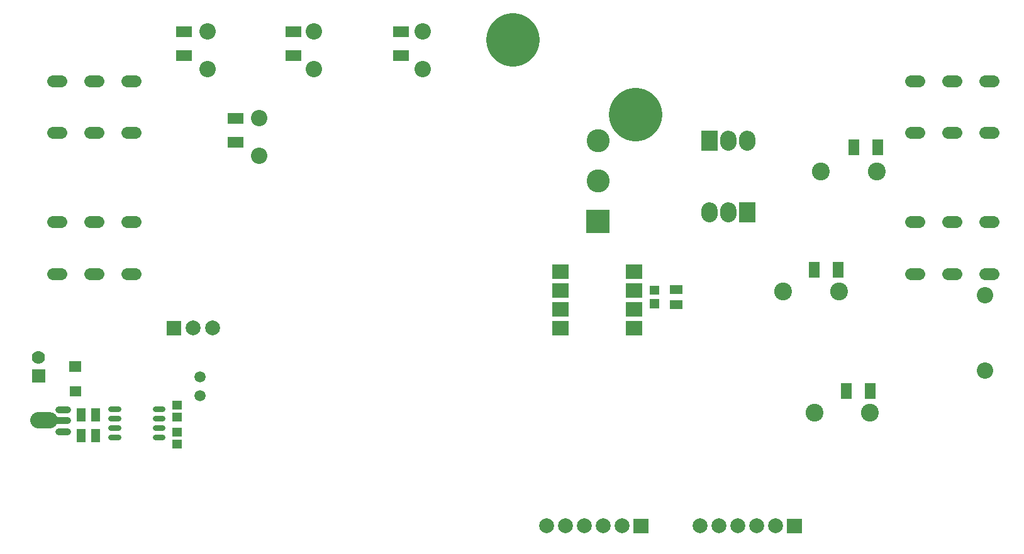
<source format=gbs>
G04 Layer: BottomSolderMaskLayer*
G04 EasyEDA v6.4.20.6, 2021-08-20T18:50:31+10:00*
G04 da2b955f28294749bdafdb94d24a6b32,8629367194b24dd88a5c18b2f13758b0,10*
G04 Gerber Generator version 0.2*
G04 Scale: 100 percent, Rotated: No, Reflected: No *
G04 Dimensions in millimeters *
G04 leading zeros omitted , absolute positions ,4 integer and 5 decimal *
%FSLAX45Y45*%
%MOMM*%

%ADD64C,2.2032*%
%ADD65C,0.8032*%
%ADD66C,0.9032*%
%ADD68C,1.6032*%
%ADD69C,7.2032*%
%ADD70C,1.5032*%
%ADD72C,2.0032*%
%ADD74C,3.1032*%
%ADD92C,1.7780*%
%ADD95C,2.4032*%
%ADD102R,1.6032X1.4032*%

%LPD*%
D64*
X-12857256Y-5765800D02*
G01*
X-13007256Y-5765800D01*
D66*
X-12622227Y-5765800D02*
G01*
X-12762227Y-5765800D01*
X-12622321Y-5915913D02*
G01*
X-12742321Y-5915913D01*
X-12622321Y-5615686D02*
G01*
X-12742321Y-5615686D01*
D64*
X-3726789Y-2018901D02*
G01*
X-3726789Y-1968901D01*
X-3472789Y-2018901D02*
G01*
X-3472789Y-1968901D01*
X-3726789Y-2934101D02*
G01*
X-3726789Y-2984101D01*
X-3980789Y-2934101D02*
G01*
X-3980789Y-2984101D01*
D65*
X-11439690Y-5613400D02*
G01*
X-11339690Y-5613400D01*
X-11439690Y-5740400D02*
G01*
X-11339690Y-5740400D01*
X-11439690Y-5867400D02*
G01*
X-11339690Y-5867400D01*
X-11439690Y-5994400D02*
G01*
X-11339690Y-5994400D01*
X-12039688Y-5613400D02*
G01*
X-11939689Y-5613400D01*
X-12039688Y-5740400D02*
G01*
X-11939689Y-5740400D01*
X-12039688Y-5867400D02*
G01*
X-11939689Y-5867400D01*
X-12039688Y-5994400D02*
G01*
X-11939689Y-5994400D01*
D68*
X-12816695Y-1187322D02*
G01*
X-12706695Y-1187322D01*
X-12316190Y-1187322D02*
G01*
X-12206188Y-1187322D01*
X-12816695Y-1887321D02*
G01*
X-12706695Y-1887321D01*
X-11815681Y-1187322D02*
G01*
X-11705681Y-1187322D01*
X-12316190Y-1887321D02*
G01*
X-12206188Y-1887321D01*
X-11815681Y-1887321D02*
G01*
X-11705681Y-1887321D01*
X-1265791Y-3087319D02*
G01*
X-1155791Y-3087319D01*
X-765284Y-3087319D02*
G01*
X-655284Y-3087319D01*
X-1265791Y-3787317D02*
G01*
X-1155791Y-3787317D01*
X-264777Y-3087319D02*
G01*
X-154777Y-3087319D01*
X-765284Y-3787317D02*
G01*
X-655284Y-3787317D01*
X-264777Y-3787317D02*
G01*
X-154777Y-3787317D01*
X-12816695Y-3087319D02*
G01*
X-12706695Y-3087319D01*
X-12316190Y-3087319D02*
G01*
X-12206188Y-3087319D01*
X-12816695Y-3787317D02*
G01*
X-12706695Y-3787317D01*
X-11815681Y-3087319D02*
G01*
X-11705681Y-3087319D01*
X-12316190Y-3787317D02*
G01*
X-12206188Y-3787317D01*
X-11815681Y-3787317D02*
G01*
X-11705681Y-3787317D01*
X-1265791Y-1187322D02*
G01*
X-1155791Y-1187322D01*
X-765284Y-1187322D02*
G01*
X-655284Y-1187322D01*
X-1265791Y-1887321D02*
G01*
X-1155791Y-1887321D01*
X-264777Y-1187322D02*
G01*
X-154777Y-1187322D01*
X-765284Y-1887321D02*
G01*
X-655284Y-1887321D01*
X-264777Y-1887321D02*
G01*
X-154777Y-1887321D01*
D69*
X-4980279Y-1638300D02*
G01*
X-4980279Y-1638300D01*
X-6630288Y-635000D02*
G01*
X-6630288Y-635000D01*
G36*
X-4513071Y-4062221D02*
G01*
X-4513071Y-3941826D01*
X-4337557Y-3941826D01*
X-4337557Y-4062221D01*
G37*
G36*
X-4513071Y-4262373D02*
G01*
X-4513071Y-4141978D01*
X-4337557Y-4141978D01*
X-4337557Y-4262373D01*
G37*
G36*
X-4782565Y-4072381D02*
G01*
X-4782565Y-3951986D01*
X-4652263Y-3951986D01*
X-4652263Y-4072381D01*
G37*
G36*
X-4782565Y-4252213D02*
G01*
X-4782565Y-4132071D01*
X-4652263Y-4132071D01*
X-4652263Y-4252213D01*
G37*
D70*
G01*
X-10838789Y-5181600D03*
G01*
X-10838789Y-5435600D03*
G36*
X-5107178Y-4621276D02*
G01*
X-5107178Y-4421123D01*
X-4886960Y-4421123D01*
X-4886960Y-4621276D01*
G37*
G36*
X-5107178Y-4367276D02*
G01*
X-5107178Y-4167123D01*
X-4886960Y-4167123D01*
X-4886960Y-4367276D01*
G37*
G36*
X-5107178Y-4113276D02*
G01*
X-5107178Y-3913123D01*
X-4886960Y-3913123D01*
X-4886960Y-4113276D01*
G37*
G36*
X-5107178Y-3859276D02*
G01*
X-5107178Y-3659123D01*
X-4886960Y-3659123D01*
X-4886960Y-3859276D01*
G37*
G36*
X-6097270Y-3859276D02*
G01*
X-6097270Y-3659123D01*
X-5877052Y-3659123D01*
X-5877052Y-3859276D01*
G37*
G36*
X-6097270Y-4113276D02*
G01*
X-6097270Y-3913123D01*
X-5877052Y-3913123D01*
X-5877052Y-4113276D01*
G37*
G36*
X-6097270Y-4367276D02*
G01*
X-6097270Y-4167123D01*
X-5877052Y-4167123D01*
X-5877052Y-4367276D01*
G37*
G36*
X-6097270Y-4621276D02*
G01*
X-6097270Y-4421123D01*
X-5877052Y-4421123D01*
X-5877052Y-4621276D01*
G37*
G36*
X-4090923Y-2129028D02*
G01*
X-4090923Y-1858771D01*
X-3870452Y-1858771D01*
X-3870452Y-2129028D01*
G37*
G36*
X-2102865Y-2187955D02*
G01*
X-2102865Y-1977644D01*
X-1962404Y-1977644D01*
X-1962404Y-2187955D01*
G37*
G36*
X-1782826Y-2187955D02*
G01*
X-1782826Y-1977644D01*
X-1642363Y-1977644D01*
X-1642363Y-2187955D01*
G37*
G36*
X-2316226Y-3838955D02*
G01*
X-2316226Y-3628644D01*
X-2175763Y-3628644D01*
X-2175763Y-3838955D01*
G37*
G36*
X-2636265Y-3838955D02*
G01*
X-2636265Y-3628644D01*
X-2495804Y-3628644D01*
X-2495804Y-3838955D01*
G37*
G36*
X-2204465Y-5477255D02*
G01*
X-2204465Y-5266944D01*
X-2064004Y-5266944D01*
X-2064004Y-5477255D01*
G37*
G36*
X-1884426Y-5477255D02*
G01*
X-1884426Y-5266944D01*
X-1743963Y-5266944D01*
X-1743963Y-5477255D01*
G37*
G36*
X-10461244Y-2084323D02*
G01*
X-10461244Y-1944115D01*
X-10250931Y-1944115D01*
X-10250931Y-2084323D01*
G37*
G36*
X-10461244Y-1764284D02*
G01*
X-10461244Y-1624076D01*
X-10250931Y-1624076D01*
X-10250931Y-1764284D01*
G37*
G36*
X-8238744Y-915923D02*
G01*
X-8238744Y-775715D01*
X-8028431Y-775715D01*
X-8028431Y-915923D01*
G37*
G36*
X-8238744Y-595884D02*
G01*
X-8238744Y-455676D01*
X-8028431Y-455676D01*
X-8028431Y-595884D01*
G37*
D72*
G01*
X-10667695Y-4521200D03*
G01*
X-10927689Y-4521200D03*
G36*
X-11287760Y-4621276D02*
G01*
X-11287760Y-4421123D01*
X-11087608Y-4421123D01*
X-11087608Y-4621276D01*
G37*
G36*
X-9686544Y-915923D02*
G01*
X-9686544Y-775715D01*
X-9476231Y-775715D01*
X-9476231Y-915923D01*
G37*
G36*
X-9686544Y-595884D02*
G01*
X-9686544Y-455676D01*
X-9476231Y-455676D01*
X-9476231Y-595884D01*
G37*
G36*
X-11159744Y-915923D02*
G01*
X-11159744Y-775715D01*
X-10949431Y-775715D01*
X-10949431Y-915923D01*
G37*
G36*
X-11159744Y-595884D02*
G01*
X-11159744Y-455676D01*
X-10949431Y-455676D01*
X-10949431Y-595884D01*
G37*
D74*
G01*
X-5479389Y-1994992D03*
G36*
X-5634481Y-3240278D02*
G01*
X-5634481Y-2929889D01*
X-5324347Y-2929889D01*
X-5324347Y-3240278D01*
G37*
G01*
X-5479389Y-2540000D03*
G36*
X-3582923Y-3094228D02*
G01*
X-3582923Y-2823971D01*
X-3362452Y-2823971D01*
X-3362452Y-3094228D01*
G37*
G36*
X-11208765Y-5987287D02*
G01*
X-11208765Y-5866892D01*
X-11078463Y-5866892D01*
X-11078463Y-5987287D01*
G37*
G36*
X-11208765Y-6147307D02*
G01*
X-11208765Y-6026912D01*
X-11078463Y-6026912D01*
X-11078463Y-6147307D01*
G37*
G36*
X-11208765Y-5618987D02*
G01*
X-11208765Y-5498592D01*
X-11078463Y-5498592D01*
X-11078463Y-5618987D01*
G37*
G36*
X-11208765Y-5779007D02*
G01*
X-11208765Y-5658612D01*
X-11078463Y-5658612D01*
X-11078463Y-5779007D01*
G37*
G36*
X-12595352Y-5107178D02*
G01*
X-12595352Y-4966715D01*
X-12435078Y-4966715D01*
X-12435078Y-5107178D01*
G37*
D102*
G01*
X-12515189Y-5377002D03*
G36*
X-12297663Y-6056629D02*
G01*
X-12297663Y-5881370D01*
X-12177268Y-5881370D01*
X-12177268Y-6056629D01*
G37*
G36*
X-12497562Y-6056629D02*
G01*
X-12497562Y-5881370D01*
X-12377165Y-5881370D01*
X-12377165Y-6056629D01*
G37*
G36*
X-12297663Y-5777229D02*
G01*
X-12297663Y-5601970D01*
X-12177268Y-5601970D01*
X-12177268Y-5777229D01*
G37*
G36*
X-12497562Y-5777229D02*
G01*
X-12497562Y-5601970D01*
X-12377165Y-5601970D01*
X-12377165Y-5777229D01*
G37*
D64*
G01*
X-10038689Y-1689100D03*
G01*
X-10038689Y-2197100D03*
G01*
X-10737189Y-520700D03*
G01*
X-10737189Y-1028700D03*
G01*
X-9302089Y-520700D03*
G01*
X-9302089Y-1028700D03*
G01*
X-7841589Y-520700D03*
G01*
X-7841589Y-1028700D03*
D72*
G01*
X-6172200Y-7188200D03*
G01*
X-5918200Y-7188200D03*
G01*
X-5664200Y-7188200D03*
G01*
X-5410200Y-7188200D03*
G01*
X-5156200Y-7188200D03*
G36*
X-5002276Y-7288276D02*
G01*
X-5002276Y-7088123D01*
X-4802123Y-7088123D01*
X-4802123Y-7288276D01*
G37*
G36*
X-2932176Y-7288276D02*
G01*
X-2932176Y-7088123D01*
X-2732023Y-7088123D01*
X-2732023Y-7288276D01*
G37*
G01*
X-3086100Y-7188200D03*
G01*
X-3340100Y-7188200D03*
G01*
X-3594100Y-7188200D03*
G01*
X-3848100Y-7188200D03*
G01*
X-4102100Y-7188200D03*
G36*
X-13099287Y-5257800D02*
G01*
X-13099287Y-5080000D01*
X-12921487Y-5080000D01*
X-12921487Y-5257800D01*
G37*
D92*
G01*
X-13010489Y-4914900D03*
D95*
G01*
X-2476169Y-2413000D03*
G01*
X-1726184Y-2413000D03*
G01*
X-2565069Y-5664200D03*
G01*
X-1815084Y-5664200D03*
D64*
G01*
X-272389Y-5092700D03*
G01*
X-272389Y-4076700D03*
D95*
G01*
X-2984169Y-4025900D03*
G01*
X-2234184Y-4025900D03*
M02*

</source>
